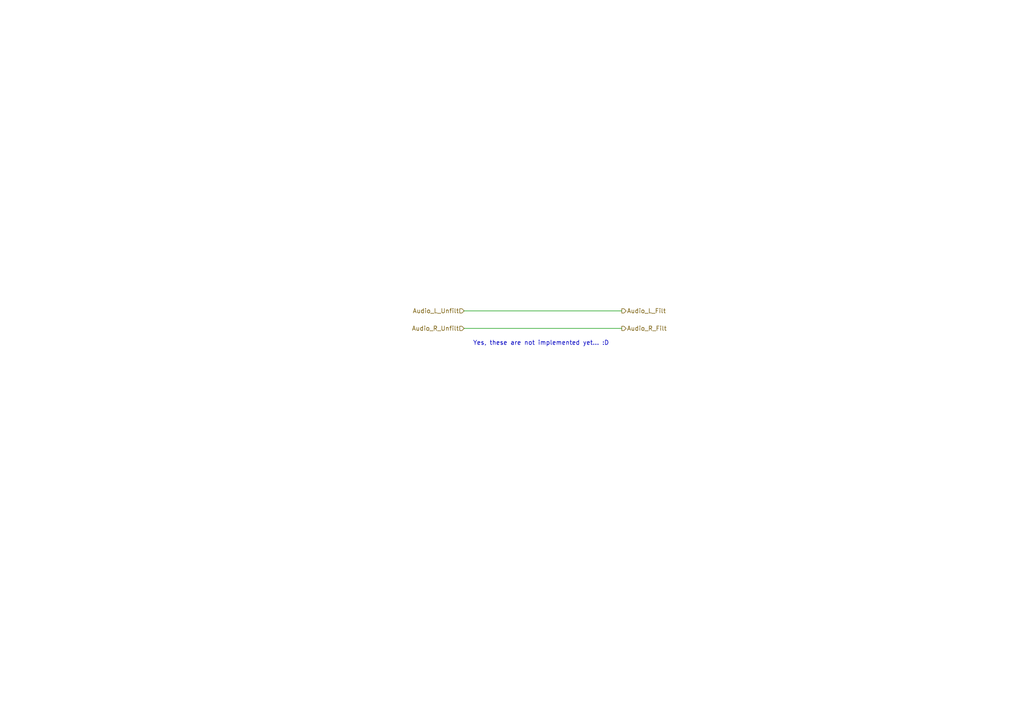
<source format=kicad_sch>
(kicad_sch (version 20230121) (generator eeschema)
  (paper "A4")
  (title_block (title "rosco_m68k Super Board") (date "2024-02-11") (rev "0") (company "The Really Old-School Company Limited & XarkLabs") (comment 1 "Copyright (c)2023") (comment 2 "CERN OHL & MIT License") (comment 3 "Featuring Xosera & MarkM's IDE"))
  (lib_symbols)
  (wire (pts (xy 134.62 95.25) (xy 180.34 95.25)))
  (wire (pts (xy 134.62 90.17) (xy 180.34 90.17)))
  (text "Yes, these are not implemented yet... :D" (at 137.16 100.33 0) (effects (font (size 1.27 1.27)) (justify left bottom)))
  (hierarchical_label "Audio_R_Unfilt" (shape input) (at 134.62 95.25 180))
  (hierarchical_label "Audio_L_Filt" (shape output) (at 180.34 90.17 0))
  (hierarchical_label "Audio_L_Unfilt" (shape input) (at 134.62 90.17 180))
  (hierarchical_label "Audio_R_Filt" (shape output) (at 180.34 95.25 0))
)
</source>
